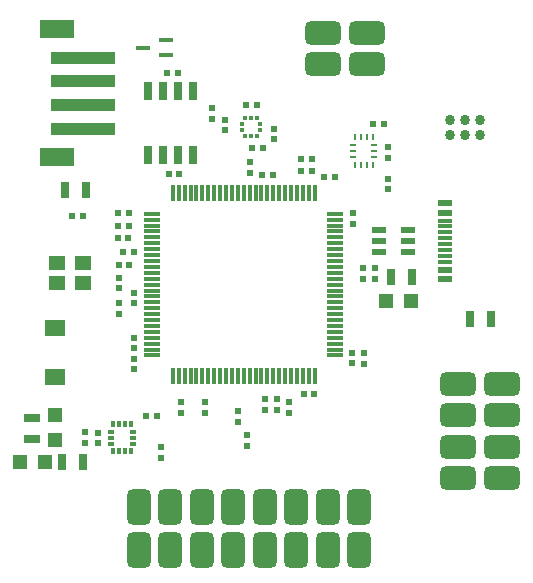
<source format=gtp>
G04*
G04 #@! TF.GenerationSoftware,Altium Limited,Altium Designer,26.2.0 (7)*
G04*
G04 Layer_Color=8421504*
%FSLAX25Y25*%
%MOIN*%
G70*
G04*
G04 #@! TF.SameCoordinates,17A3E6CB-15BD-4058-B425-0E0A4CEE79B2*
G04*
G04*
G04 #@! TF.FilePolarity,Positive*
G04*
G01*
G75*
G04:AMPARAMS|DCode=16|XSize=120mil|YSize=80mil|CornerRadius=20mil|HoleSize=0mil|Usage=FLASHONLY|Rotation=0.000|XOffset=0mil|YOffset=0mil|HoleType=Round|Shape=RoundedRectangle|*
%AMROUNDEDRECTD16*
21,1,0.12000,0.04000,0,0,0.0*
21,1,0.08000,0.08000,0,0,0.0*
1,1,0.04000,0.04000,-0.02000*
1,1,0.04000,-0.04000,-0.02000*
1,1,0.04000,-0.04000,0.02000*
1,1,0.04000,0.04000,0.02000*
%
%ADD16ROUNDEDRECTD16*%
G04:AMPARAMS|DCode=17|XSize=21.65mil|YSize=19.68mil|CornerRadius=2.46mil|HoleSize=0mil|Usage=FLASHONLY|Rotation=90.000|XOffset=0mil|YOffset=0mil|HoleType=Round|Shape=RoundedRectangle|*
%AMROUNDEDRECTD17*
21,1,0.02165,0.01476,0,0,90.0*
21,1,0.01673,0.01968,0,0,90.0*
1,1,0.00492,0.00738,0.00837*
1,1,0.00492,0.00738,-0.00837*
1,1,0.00492,-0.00738,-0.00837*
1,1,0.00492,-0.00738,0.00837*
%
%ADD17ROUNDEDRECTD17*%
G04:AMPARAMS|DCode=18|XSize=21.65mil|YSize=19.68mil|CornerRadius=2.46mil|HoleSize=0mil|Usage=FLASHONLY|Rotation=180.000|XOffset=0mil|YOffset=0mil|HoleType=Round|Shape=RoundedRectangle|*
%AMROUNDEDRECTD18*
21,1,0.02165,0.01476,0,0,180.0*
21,1,0.01673,0.01968,0,0,180.0*
1,1,0.00492,-0.00837,0.00738*
1,1,0.00492,0.00837,0.00738*
1,1,0.00492,0.00837,-0.00738*
1,1,0.00492,-0.00837,-0.00738*
%
%ADD18ROUNDEDRECTD18*%
%ADD19C,0.03398*%
G04:AMPARAMS|DCode=20|XSize=23.23mil|YSize=13.78mil|CornerRadius=3.45mil|HoleSize=0mil|Usage=FLASHONLY|Rotation=180.000|XOffset=0mil|YOffset=0mil|HoleType=Round|Shape=RoundedRectangle|*
%AMROUNDEDRECTD20*
21,1,0.02323,0.00689,0,0,180.0*
21,1,0.01634,0.01378,0,0,180.0*
1,1,0.00689,-0.00817,0.00345*
1,1,0.00689,0.00817,0.00345*
1,1,0.00689,0.00817,-0.00345*
1,1,0.00689,-0.00817,-0.00345*
%
%ADD20ROUNDEDRECTD20*%
G04:AMPARAMS|DCode=21|XSize=23.23mil|YSize=13.78mil|CornerRadius=3.45mil|HoleSize=0mil|Usage=FLASHONLY|Rotation=270.000|XOffset=0mil|YOffset=0mil|HoleType=Round|Shape=RoundedRectangle|*
%AMROUNDEDRECTD21*
21,1,0.02323,0.00689,0,0,270.0*
21,1,0.01634,0.01378,0,0,270.0*
1,1,0.00689,-0.00345,-0.00817*
1,1,0.00689,-0.00345,0.00817*
1,1,0.00689,0.00345,0.00817*
1,1,0.00689,0.00345,-0.00817*
%
%ADD21ROUNDEDRECTD21*%
%ADD22R,0.01181X0.05807*%
%ADD23R,0.05807X0.01181*%
G04:AMPARAMS|DCode=24|XSize=51.18mil|YSize=29.92mil|CornerRadius=3.74mil|HoleSize=0mil|Usage=FLASHONLY|Rotation=270.000|XOffset=0mil|YOffset=0mil|HoleType=Round|Shape=RoundedRectangle|*
%AMROUNDEDRECTD24*
21,1,0.05118,0.02244,0,0,270.0*
21,1,0.04370,0.02992,0,0,270.0*
1,1,0.00748,-0.01122,-0.02185*
1,1,0.00748,-0.01122,0.02185*
1,1,0.00748,0.01122,0.02185*
1,1,0.00748,0.01122,-0.02185*
%
%ADD24ROUNDEDRECTD24*%
%ADD25R,0.02559X0.06004*%
G04:AMPARAMS|DCode=26|XSize=14.96mil|YSize=13.78mil|CornerRadius=0.62mil|HoleSize=0mil|Usage=FLASHONLY|Rotation=90.000|XOffset=0mil|YOffset=0mil|HoleType=Round|Shape=RoundedRectangle|*
%AMROUNDEDRECTD26*
21,1,0.01496,0.01254,0,0,90.0*
21,1,0.01372,0.01378,0,0,90.0*
1,1,0.00124,0.00627,0.00686*
1,1,0.00124,0.00627,-0.00686*
1,1,0.00124,-0.00627,-0.00686*
1,1,0.00124,-0.00627,0.00686*
%
%ADD26ROUNDEDRECTD26*%
G04:AMPARAMS|DCode=27|XSize=120mil|YSize=80mil|CornerRadius=20mil|HoleSize=0mil|Usage=FLASHONLY|Rotation=90.000|XOffset=0mil|YOffset=0mil|HoleType=Round|Shape=RoundedRectangle|*
%AMROUNDEDRECTD27*
21,1,0.12000,0.04000,0,0,90.0*
21,1,0.08000,0.08000,0,0,90.0*
1,1,0.04000,0.02000,0.04000*
1,1,0.04000,0.02000,-0.04000*
1,1,0.04000,-0.02000,-0.04000*
1,1,0.04000,-0.02000,0.04000*
%
%ADD27ROUNDEDRECTD27*%
G04:AMPARAMS|DCode=28|XSize=51.18mil|YSize=29.92mil|CornerRadius=3.74mil|HoleSize=0mil|Usage=FLASHONLY|Rotation=0.000|XOffset=0mil|YOffset=0mil|HoleType=Round|Shape=RoundedRectangle|*
%AMROUNDEDRECTD28*
21,1,0.05118,0.02244,0,0,0.0*
21,1,0.04370,0.02992,0,0,0.0*
1,1,0.00748,0.02185,-0.01122*
1,1,0.00748,-0.02185,-0.01122*
1,1,0.00748,-0.02185,0.01122*
1,1,0.00748,0.02185,0.01122*
%
%ADD28ROUNDEDRECTD28*%
%ADD29R,0.00984X0.01870*%
%ADD30R,0.01870X0.00984*%
%ADD31R,0.04724X0.04724*%
%ADD32R,0.07087X0.05315*%
%ADD33R,0.05512X0.04724*%
%ADD34R,0.21654X0.03937*%
%ADD35R,0.04724X0.01575*%
%ADD36R,0.04724X0.04724*%
%ADD37R,0.04724X0.02362*%
%ADD38R,0.04528X0.02362*%
%ADD39R,0.11811X0.06299*%
%ADD40R,0.04528X0.01181*%
D16*
X169051Y34000D02*
D03*
X124051Y182500D02*
D03*
Y172000D02*
D03*
X109551Y182500D02*
D03*
X154551Y34000D02*
D03*
Y55000D02*
D03*
Y44500D02*
D03*
Y65500D02*
D03*
X109551Y172000D02*
D03*
X169051Y55000D02*
D03*
Y65500D02*
D03*
Y44500D02*
D03*
D17*
X92823Y135000D02*
D03*
X46323Y109500D02*
D03*
X29323Y121500D02*
D03*
X61594Y135500D02*
D03*
X83791Y158484D02*
D03*
X89406Y143950D02*
D03*
X126166Y152160D02*
D03*
X50530Y54863D02*
D03*
X25780Y121500D02*
D03*
X44891Y105089D02*
D03*
X42779Y109500D02*
D03*
X58051Y135500D02*
D03*
X87335Y158484D02*
D03*
X106551Y62000D02*
D03*
X129709Y152160D02*
D03*
X41109Y114095D02*
D03*
X41282Y118039D02*
D03*
X41280Y122500D02*
D03*
X61096Y169174D02*
D03*
X102279Y136500D02*
D03*
X105823D02*
D03*
X102279Y140443D02*
D03*
X105823D02*
D03*
X109966Y134237D02*
D03*
X113509D02*
D03*
X54073Y54863D02*
D03*
X85863Y143950D02*
D03*
X44652Y114095D02*
D03*
X44825Y118039D02*
D03*
X44823Y122500D02*
D03*
X41348Y105089D02*
D03*
X89280Y135000D02*
D03*
X57552Y169174D02*
D03*
X103008Y62000D02*
D03*
D18*
X85051Y139272D02*
D03*
X62051Y55728D02*
D03*
X55551Y44272D02*
D03*
X70051Y55728D02*
D03*
X34376Y49196D02*
D03*
X30051Y49272D02*
D03*
X41551Y88728D02*
D03*
X55551Y40728D02*
D03*
X72551Y153728D02*
D03*
X76698Y153471D02*
D03*
X98051Y55728D02*
D03*
X93152Y150509D02*
D03*
X131227Y133830D02*
D03*
Y140734D02*
D03*
X30051Y45728D02*
D03*
X34376Y45653D02*
D03*
X41579Y100871D02*
D03*
X46551Y70228D02*
D03*
Y92228D02*
D03*
Y80865D02*
D03*
X72551Y157272D02*
D03*
X119551Y122272D02*
D03*
X93152Y146966D02*
D03*
X131227Y130287D02*
D03*
Y144277D02*
D03*
X122781Y100494D02*
D03*
X119051Y72228D02*
D03*
X126781Y100494D02*
D03*
X122994Y72164D02*
D03*
X76698Y149928D02*
D03*
X41579Y97328D02*
D03*
X94108Y60413D02*
D03*
Y56870D02*
D03*
X90165Y60256D02*
D03*
Y56713D02*
D03*
X122781Y104037D02*
D03*
X126781D02*
D03*
X98051Y59272D02*
D03*
X119051Y75772D02*
D03*
X122994Y75708D02*
D03*
X81051Y56272D02*
D03*
Y52728D02*
D03*
X62051Y59272D02*
D03*
X70051D02*
D03*
X84051Y48272D02*
D03*
Y44728D02*
D03*
X85051Y135728D02*
D03*
X119551Y118728D02*
D03*
X41551Y92272D02*
D03*
X46551Y95772D02*
D03*
Y73772D02*
D03*
Y77321D02*
D03*
D19*
X161835Y153430D02*
D03*
X156835D02*
D03*
X151835D02*
D03*
Y148430D02*
D03*
X156835D02*
D03*
X161835D02*
D03*
D20*
X46154Y49468D02*
D03*
Y47500D02*
D03*
Y45531D02*
D03*
X38949Y47500D02*
D03*
Y49468D02*
D03*
Y45531D02*
D03*
D21*
X45504Y52087D02*
D03*
X43535D02*
D03*
X41567Y42913D02*
D03*
X45504D02*
D03*
X43535D02*
D03*
X41567Y52087D02*
D03*
X39598D02*
D03*
Y42913D02*
D03*
D22*
X71240Y68035D02*
D03*
X63366D02*
D03*
X106673D02*
D03*
X59429Y128965D02*
D03*
Y68035D02*
D03*
X104705D02*
D03*
X61398Y128965D02*
D03*
Y68035D02*
D03*
X65335D02*
D03*
X67303D02*
D03*
X69272D02*
D03*
X73209D02*
D03*
X75177D02*
D03*
X77146D02*
D03*
X79114D02*
D03*
X81083D02*
D03*
X83051D02*
D03*
X85020D02*
D03*
X86988D02*
D03*
X88957D02*
D03*
X90925D02*
D03*
X92894D02*
D03*
X94862D02*
D03*
X96831D02*
D03*
X98799D02*
D03*
X100768D02*
D03*
X102736D02*
D03*
X106673Y128965D02*
D03*
X104705D02*
D03*
X102736D02*
D03*
X100768D02*
D03*
X98799D02*
D03*
X96831D02*
D03*
X94862D02*
D03*
X92894D02*
D03*
X90925D02*
D03*
X88957D02*
D03*
X86988D02*
D03*
X85020D02*
D03*
X83051D02*
D03*
X81083D02*
D03*
X79114D02*
D03*
X77146D02*
D03*
X75177D02*
D03*
X73209D02*
D03*
X71240D02*
D03*
X69272D02*
D03*
X67303D02*
D03*
X65335D02*
D03*
X63366D02*
D03*
D23*
X113516Y122122D02*
D03*
X52587Y112279D02*
D03*
Y102437D02*
D03*
Y84720D02*
D03*
Y82752D02*
D03*
X113516Y120153D02*
D03*
X52587Y104405D02*
D03*
Y86689D02*
D03*
Y120153D02*
D03*
Y118185D02*
D03*
Y122122D02*
D03*
Y116217D02*
D03*
Y114248D02*
D03*
Y110311D02*
D03*
Y108343D02*
D03*
Y106374D02*
D03*
Y100469D02*
D03*
Y98500D02*
D03*
Y96531D02*
D03*
Y94563D02*
D03*
Y92594D02*
D03*
Y90626D02*
D03*
Y88657D02*
D03*
Y80783D02*
D03*
Y78815D02*
D03*
Y76846D02*
D03*
Y74878D02*
D03*
X113516D02*
D03*
Y76846D02*
D03*
Y78815D02*
D03*
Y80783D02*
D03*
Y82752D02*
D03*
Y84720D02*
D03*
Y86689D02*
D03*
Y88657D02*
D03*
Y90626D02*
D03*
Y92594D02*
D03*
Y94563D02*
D03*
Y96531D02*
D03*
Y98500D02*
D03*
Y100469D02*
D03*
Y102437D02*
D03*
Y104405D02*
D03*
Y106374D02*
D03*
Y108343D02*
D03*
Y110311D02*
D03*
Y112279D02*
D03*
Y114248D02*
D03*
Y116217D02*
D03*
Y118185D02*
D03*
D24*
X30595Y130000D02*
D03*
X165594Y87000D02*
D03*
X23547Y130000D02*
D03*
X158547Y87000D02*
D03*
X29594Y39500D02*
D03*
X22547D02*
D03*
X139094Y101000D02*
D03*
X132047D02*
D03*
D25*
X61061Y141660D02*
D03*
X56061D02*
D03*
X51061D02*
D03*
X66061D02*
D03*
Y163014D02*
D03*
X61061D02*
D03*
X56061D02*
D03*
X51061D02*
D03*
D26*
X82551Y151969D02*
D03*
X83595Y153996D02*
D03*
X88575Y150000D02*
D03*
X83595Y147972D02*
D03*
X87532D02*
D03*
X85563Y153996D02*
D03*
X87532D02*
D03*
X82551Y150000D02*
D03*
X85563Y147972D02*
D03*
X88575Y151969D02*
D03*
D27*
X111051Y24500D02*
D03*
X58551Y10000D02*
D03*
X100551D02*
D03*
X121551Y24500D02*
D03*
X90051Y10000D02*
D03*
X79551Y24500D02*
D03*
X69051D02*
D03*
X48051D02*
D03*
X58551D02*
D03*
X90051D02*
D03*
X79551Y10000D02*
D03*
X69051D02*
D03*
X48051D02*
D03*
X100551Y24500D02*
D03*
X111051Y10000D02*
D03*
X121551D02*
D03*
D28*
X12551Y54043D02*
D03*
Y46996D02*
D03*
D29*
X126004Y147577D02*
D03*
X122067Y138423D02*
D03*
X124035D02*
D03*
X126004D02*
D03*
X120098D02*
D03*
X122067Y147577D02*
D03*
X124035D02*
D03*
X120098D02*
D03*
D30*
X126644Y141032D02*
D03*
Y143000D02*
D03*
Y144968D02*
D03*
X119459Y143000D02*
D03*
Y141032D02*
D03*
Y144968D02*
D03*
D31*
X20051Y55134D02*
D03*
Y46866D02*
D03*
D32*
Y67831D02*
D03*
Y84169D02*
D03*
D33*
X29333Y99154D02*
D03*
X20672Y105847D02*
D03*
X29333D02*
D03*
X20672Y99154D02*
D03*
D34*
X29551Y158374D02*
D03*
Y166248D02*
D03*
Y174122D02*
D03*
Y150500D02*
D03*
D35*
X49571Y177441D02*
D03*
X57051Y174882D02*
D03*
Y180000D02*
D03*
D36*
X138769Y92920D02*
D03*
X8417Y39500D02*
D03*
X16685D02*
D03*
X130502Y92920D02*
D03*
D37*
X128130Y113000D02*
D03*
X137972D02*
D03*
Y116740D02*
D03*
Y109260D02*
D03*
X128130Y116740D02*
D03*
Y109260D02*
D03*
D38*
X150051Y100386D02*
D03*
Y125583D02*
D03*
Y122433D02*
D03*
Y103535D02*
D03*
D39*
X20693Y183571D02*
D03*
Y141051D02*
D03*
D40*
X150051Y119874D02*
D03*
Y117905D02*
D03*
Y115937D02*
D03*
Y113969D02*
D03*
Y106095D02*
D03*
Y108063D02*
D03*
Y110031D02*
D03*
Y112000D02*
D03*
M02*

</source>
